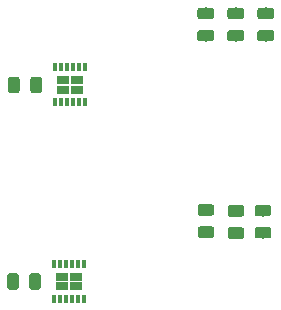
<source format=gtp>
G04 #@! TF.GenerationSoftware,KiCad,Pcbnew,(5.1.4-0-10_14)*
G04 #@! TF.CreationDate,2020-01-20T11:10:59-05:00*
G04 #@! TF.ProjectId,motor_controller,6d6f746f-725f-4636-9f6e-74726f6c6c65,rev?*
G04 #@! TF.SameCoordinates,Original*
G04 #@! TF.FileFunction,Paste,Top*
G04 #@! TF.FilePolarity,Positive*
%FSLAX46Y46*%
G04 Gerber Fmt 4.6, Leading zero omitted, Abs format (unit mm)*
G04 Created by KiCad (PCBNEW (5.1.4-0-10_14)) date 2020-01-20 11:10:59*
%MOMM*%
%LPD*%
G04 APERTURE LIST*
%ADD10C,0.100000*%
%ADD11C,0.975000*%
%ADD12R,0.300000X0.650000*%
%ADD13R,1.000000X0.680000*%
G04 APERTURE END LIST*
D10*
G36*
X145324742Y-97548374D02*
G01*
X145348403Y-97551884D01*
X145371607Y-97557696D01*
X145394129Y-97565754D01*
X145415753Y-97575982D01*
X145436270Y-97588279D01*
X145455483Y-97602529D01*
X145473207Y-97618593D01*
X145489271Y-97636317D01*
X145503521Y-97655530D01*
X145515818Y-97676047D01*
X145526046Y-97697671D01*
X145534104Y-97720193D01*
X145539916Y-97743397D01*
X145543426Y-97767058D01*
X145544600Y-97790950D01*
X145544600Y-98703450D01*
X145543426Y-98727342D01*
X145539916Y-98751003D01*
X145534104Y-98774207D01*
X145526046Y-98796729D01*
X145515818Y-98818353D01*
X145503521Y-98838870D01*
X145489271Y-98858083D01*
X145473207Y-98875807D01*
X145455483Y-98891871D01*
X145436270Y-98906121D01*
X145415753Y-98918418D01*
X145394129Y-98928646D01*
X145371607Y-98936704D01*
X145348403Y-98942516D01*
X145324742Y-98946026D01*
X145300850Y-98947200D01*
X144813350Y-98947200D01*
X144789458Y-98946026D01*
X144765797Y-98942516D01*
X144742593Y-98936704D01*
X144720071Y-98928646D01*
X144698447Y-98918418D01*
X144677930Y-98906121D01*
X144658717Y-98891871D01*
X144640993Y-98875807D01*
X144624929Y-98858083D01*
X144610679Y-98838870D01*
X144598382Y-98818353D01*
X144588154Y-98796729D01*
X144580096Y-98774207D01*
X144574284Y-98751003D01*
X144570774Y-98727342D01*
X144569600Y-98703450D01*
X144569600Y-97790950D01*
X144570774Y-97767058D01*
X144574284Y-97743397D01*
X144580096Y-97720193D01*
X144588154Y-97697671D01*
X144598382Y-97676047D01*
X144610679Y-97655530D01*
X144624929Y-97636317D01*
X144640993Y-97618593D01*
X144658717Y-97602529D01*
X144677930Y-97588279D01*
X144698447Y-97575982D01*
X144720071Y-97565754D01*
X144742593Y-97557696D01*
X144765797Y-97551884D01*
X144789458Y-97548374D01*
X144813350Y-97547200D01*
X145300850Y-97547200D01*
X145324742Y-97548374D01*
X145324742Y-97548374D01*
G37*
D11*
X145057100Y-98247200D03*
D10*
G36*
X143449742Y-97548374D02*
G01*
X143473403Y-97551884D01*
X143496607Y-97557696D01*
X143519129Y-97565754D01*
X143540753Y-97575982D01*
X143561270Y-97588279D01*
X143580483Y-97602529D01*
X143598207Y-97618593D01*
X143614271Y-97636317D01*
X143628521Y-97655530D01*
X143640818Y-97676047D01*
X143651046Y-97697671D01*
X143659104Y-97720193D01*
X143664916Y-97743397D01*
X143668426Y-97767058D01*
X143669600Y-97790950D01*
X143669600Y-98703450D01*
X143668426Y-98727342D01*
X143664916Y-98751003D01*
X143659104Y-98774207D01*
X143651046Y-98796729D01*
X143640818Y-98818353D01*
X143628521Y-98838870D01*
X143614271Y-98858083D01*
X143598207Y-98875807D01*
X143580483Y-98891871D01*
X143561270Y-98906121D01*
X143540753Y-98918418D01*
X143519129Y-98928646D01*
X143496607Y-98936704D01*
X143473403Y-98942516D01*
X143449742Y-98946026D01*
X143425850Y-98947200D01*
X142938350Y-98947200D01*
X142914458Y-98946026D01*
X142890797Y-98942516D01*
X142867593Y-98936704D01*
X142845071Y-98928646D01*
X142823447Y-98918418D01*
X142802930Y-98906121D01*
X142783717Y-98891871D01*
X142765993Y-98875807D01*
X142749929Y-98858083D01*
X142735679Y-98838870D01*
X142723382Y-98818353D01*
X142713154Y-98796729D01*
X142705096Y-98774207D01*
X142699284Y-98751003D01*
X142695774Y-98727342D01*
X142694600Y-98703450D01*
X142694600Y-97790950D01*
X142695774Y-97767058D01*
X142699284Y-97743397D01*
X142705096Y-97720193D01*
X142713154Y-97697671D01*
X142723382Y-97676047D01*
X142735679Y-97655530D01*
X142749929Y-97636317D01*
X142765993Y-97618593D01*
X142783717Y-97602529D01*
X142802930Y-97588279D01*
X142823447Y-97575982D01*
X142845071Y-97565754D01*
X142867593Y-97557696D01*
X142890797Y-97551884D01*
X142914458Y-97548374D01*
X142938350Y-97547200D01*
X143425850Y-97547200D01*
X143449742Y-97548374D01*
X143449742Y-97548374D01*
G37*
D11*
X143182100Y-98247200D03*
D10*
G36*
X162506742Y-75080974D02*
G01*
X162530403Y-75084484D01*
X162553607Y-75090296D01*
X162576129Y-75098354D01*
X162597753Y-75108582D01*
X162618270Y-75120879D01*
X162637483Y-75135129D01*
X162655207Y-75151193D01*
X162671271Y-75168917D01*
X162685521Y-75188130D01*
X162697818Y-75208647D01*
X162708046Y-75230271D01*
X162716104Y-75252793D01*
X162721916Y-75275997D01*
X162725426Y-75299658D01*
X162726600Y-75323550D01*
X162726600Y-75811050D01*
X162725426Y-75834942D01*
X162721916Y-75858603D01*
X162716104Y-75881807D01*
X162708046Y-75904329D01*
X162697818Y-75925953D01*
X162685521Y-75946470D01*
X162671271Y-75965683D01*
X162655207Y-75983407D01*
X162637483Y-75999471D01*
X162618270Y-76013721D01*
X162597753Y-76026018D01*
X162576129Y-76036246D01*
X162553607Y-76044304D01*
X162530403Y-76050116D01*
X162506742Y-76053626D01*
X162482850Y-76054800D01*
X161570350Y-76054800D01*
X161546458Y-76053626D01*
X161522797Y-76050116D01*
X161499593Y-76044304D01*
X161477071Y-76036246D01*
X161455447Y-76026018D01*
X161434930Y-76013721D01*
X161415717Y-75999471D01*
X161397993Y-75983407D01*
X161381929Y-75965683D01*
X161367679Y-75946470D01*
X161355382Y-75925953D01*
X161345154Y-75904329D01*
X161337096Y-75881807D01*
X161331284Y-75858603D01*
X161327774Y-75834942D01*
X161326600Y-75811050D01*
X161326600Y-75323550D01*
X161327774Y-75299658D01*
X161331284Y-75275997D01*
X161337096Y-75252793D01*
X161345154Y-75230271D01*
X161355382Y-75208647D01*
X161367679Y-75188130D01*
X161381929Y-75168917D01*
X161397993Y-75151193D01*
X161415717Y-75135129D01*
X161434930Y-75120879D01*
X161455447Y-75108582D01*
X161477071Y-75098354D01*
X161499593Y-75090296D01*
X161522797Y-75084484D01*
X161546458Y-75080974D01*
X161570350Y-75079800D01*
X162482850Y-75079800D01*
X162506742Y-75080974D01*
X162506742Y-75080974D01*
G37*
D11*
X162026600Y-75567300D03*
D10*
G36*
X162506742Y-76955974D02*
G01*
X162530403Y-76959484D01*
X162553607Y-76965296D01*
X162576129Y-76973354D01*
X162597753Y-76983582D01*
X162618270Y-76995879D01*
X162637483Y-77010129D01*
X162655207Y-77026193D01*
X162671271Y-77043917D01*
X162685521Y-77063130D01*
X162697818Y-77083647D01*
X162708046Y-77105271D01*
X162716104Y-77127793D01*
X162721916Y-77150997D01*
X162725426Y-77174658D01*
X162726600Y-77198550D01*
X162726600Y-77686050D01*
X162725426Y-77709942D01*
X162721916Y-77733603D01*
X162716104Y-77756807D01*
X162708046Y-77779329D01*
X162697818Y-77800953D01*
X162685521Y-77821470D01*
X162671271Y-77840683D01*
X162655207Y-77858407D01*
X162637483Y-77874471D01*
X162618270Y-77888721D01*
X162597753Y-77901018D01*
X162576129Y-77911246D01*
X162553607Y-77919304D01*
X162530403Y-77925116D01*
X162506742Y-77928626D01*
X162482850Y-77929800D01*
X161570350Y-77929800D01*
X161546458Y-77928626D01*
X161522797Y-77925116D01*
X161499593Y-77919304D01*
X161477071Y-77911246D01*
X161455447Y-77901018D01*
X161434930Y-77888721D01*
X161415717Y-77874471D01*
X161397993Y-77858407D01*
X161381929Y-77840683D01*
X161367679Y-77821470D01*
X161355382Y-77800953D01*
X161345154Y-77779329D01*
X161337096Y-77756807D01*
X161331284Y-77733603D01*
X161327774Y-77709942D01*
X161326600Y-77686050D01*
X161326600Y-77198550D01*
X161327774Y-77174658D01*
X161331284Y-77150997D01*
X161337096Y-77127793D01*
X161345154Y-77105271D01*
X161355382Y-77083647D01*
X161367679Y-77063130D01*
X161381929Y-77043917D01*
X161397993Y-77026193D01*
X161415717Y-77010129D01*
X161434930Y-76995879D01*
X161455447Y-76983582D01*
X161477071Y-76973354D01*
X161499593Y-76965296D01*
X161522797Y-76959484D01*
X161546458Y-76955974D01*
X161570350Y-76954800D01*
X162482850Y-76954800D01*
X162506742Y-76955974D01*
X162506742Y-76955974D01*
G37*
D11*
X162026600Y-77442300D03*
D10*
G36*
X165046742Y-75080974D02*
G01*
X165070403Y-75084484D01*
X165093607Y-75090296D01*
X165116129Y-75098354D01*
X165137753Y-75108582D01*
X165158270Y-75120879D01*
X165177483Y-75135129D01*
X165195207Y-75151193D01*
X165211271Y-75168917D01*
X165225521Y-75188130D01*
X165237818Y-75208647D01*
X165248046Y-75230271D01*
X165256104Y-75252793D01*
X165261916Y-75275997D01*
X165265426Y-75299658D01*
X165266600Y-75323550D01*
X165266600Y-75811050D01*
X165265426Y-75834942D01*
X165261916Y-75858603D01*
X165256104Y-75881807D01*
X165248046Y-75904329D01*
X165237818Y-75925953D01*
X165225521Y-75946470D01*
X165211271Y-75965683D01*
X165195207Y-75983407D01*
X165177483Y-75999471D01*
X165158270Y-76013721D01*
X165137753Y-76026018D01*
X165116129Y-76036246D01*
X165093607Y-76044304D01*
X165070403Y-76050116D01*
X165046742Y-76053626D01*
X165022850Y-76054800D01*
X164110350Y-76054800D01*
X164086458Y-76053626D01*
X164062797Y-76050116D01*
X164039593Y-76044304D01*
X164017071Y-76036246D01*
X163995447Y-76026018D01*
X163974930Y-76013721D01*
X163955717Y-75999471D01*
X163937993Y-75983407D01*
X163921929Y-75965683D01*
X163907679Y-75946470D01*
X163895382Y-75925953D01*
X163885154Y-75904329D01*
X163877096Y-75881807D01*
X163871284Y-75858603D01*
X163867774Y-75834942D01*
X163866600Y-75811050D01*
X163866600Y-75323550D01*
X163867774Y-75299658D01*
X163871284Y-75275997D01*
X163877096Y-75252793D01*
X163885154Y-75230271D01*
X163895382Y-75208647D01*
X163907679Y-75188130D01*
X163921929Y-75168917D01*
X163937993Y-75151193D01*
X163955717Y-75135129D01*
X163974930Y-75120879D01*
X163995447Y-75108582D01*
X164017071Y-75098354D01*
X164039593Y-75090296D01*
X164062797Y-75084484D01*
X164086458Y-75080974D01*
X164110350Y-75079800D01*
X165022850Y-75079800D01*
X165046742Y-75080974D01*
X165046742Y-75080974D01*
G37*
D11*
X164566600Y-75567300D03*
D10*
G36*
X165046742Y-76955974D02*
G01*
X165070403Y-76959484D01*
X165093607Y-76965296D01*
X165116129Y-76973354D01*
X165137753Y-76983582D01*
X165158270Y-76995879D01*
X165177483Y-77010129D01*
X165195207Y-77026193D01*
X165211271Y-77043917D01*
X165225521Y-77063130D01*
X165237818Y-77083647D01*
X165248046Y-77105271D01*
X165256104Y-77127793D01*
X165261916Y-77150997D01*
X165265426Y-77174658D01*
X165266600Y-77198550D01*
X165266600Y-77686050D01*
X165265426Y-77709942D01*
X165261916Y-77733603D01*
X165256104Y-77756807D01*
X165248046Y-77779329D01*
X165237818Y-77800953D01*
X165225521Y-77821470D01*
X165211271Y-77840683D01*
X165195207Y-77858407D01*
X165177483Y-77874471D01*
X165158270Y-77888721D01*
X165137753Y-77901018D01*
X165116129Y-77911246D01*
X165093607Y-77919304D01*
X165070403Y-77925116D01*
X165046742Y-77928626D01*
X165022850Y-77929800D01*
X164110350Y-77929800D01*
X164086458Y-77928626D01*
X164062797Y-77925116D01*
X164039593Y-77919304D01*
X164017071Y-77911246D01*
X163995447Y-77901018D01*
X163974930Y-77888721D01*
X163955717Y-77874471D01*
X163937993Y-77858407D01*
X163921929Y-77840683D01*
X163907679Y-77821470D01*
X163895382Y-77800953D01*
X163885154Y-77779329D01*
X163877096Y-77756807D01*
X163871284Y-77733603D01*
X163867774Y-77709942D01*
X163866600Y-77686050D01*
X163866600Y-77198550D01*
X163867774Y-77174658D01*
X163871284Y-77150997D01*
X163877096Y-77127793D01*
X163885154Y-77105271D01*
X163895382Y-77083647D01*
X163907679Y-77063130D01*
X163921929Y-77043917D01*
X163937993Y-77026193D01*
X163955717Y-77010129D01*
X163974930Y-76995879D01*
X163995447Y-76983582D01*
X164017071Y-76973354D01*
X164039593Y-76965296D01*
X164062797Y-76959484D01*
X164086458Y-76955974D01*
X164110350Y-76954800D01*
X165022850Y-76954800D01*
X165046742Y-76955974D01*
X165046742Y-76955974D01*
G37*
D11*
X164566600Y-77442300D03*
D10*
G36*
X143525942Y-80911374D02*
G01*
X143549603Y-80914884D01*
X143572807Y-80920696D01*
X143595329Y-80928754D01*
X143616953Y-80938982D01*
X143637470Y-80951279D01*
X143656683Y-80965529D01*
X143674407Y-80981593D01*
X143690471Y-80999317D01*
X143704721Y-81018530D01*
X143717018Y-81039047D01*
X143727246Y-81060671D01*
X143735304Y-81083193D01*
X143741116Y-81106397D01*
X143744626Y-81130058D01*
X143745800Y-81153950D01*
X143745800Y-82066450D01*
X143744626Y-82090342D01*
X143741116Y-82114003D01*
X143735304Y-82137207D01*
X143727246Y-82159729D01*
X143717018Y-82181353D01*
X143704721Y-82201870D01*
X143690471Y-82221083D01*
X143674407Y-82238807D01*
X143656683Y-82254871D01*
X143637470Y-82269121D01*
X143616953Y-82281418D01*
X143595329Y-82291646D01*
X143572807Y-82299704D01*
X143549603Y-82305516D01*
X143525942Y-82309026D01*
X143502050Y-82310200D01*
X143014550Y-82310200D01*
X142990658Y-82309026D01*
X142966997Y-82305516D01*
X142943793Y-82299704D01*
X142921271Y-82291646D01*
X142899647Y-82281418D01*
X142879130Y-82269121D01*
X142859917Y-82254871D01*
X142842193Y-82238807D01*
X142826129Y-82221083D01*
X142811879Y-82201870D01*
X142799582Y-82181353D01*
X142789354Y-82159729D01*
X142781296Y-82137207D01*
X142775484Y-82114003D01*
X142771974Y-82090342D01*
X142770800Y-82066450D01*
X142770800Y-81153950D01*
X142771974Y-81130058D01*
X142775484Y-81106397D01*
X142781296Y-81083193D01*
X142789354Y-81060671D01*
X142799582Y-81039047D01*
X142811879Y-81018530D01*
X142826129Y-80999317D01*
X142842193Y-80981593D01*
X142859917Y-80965529D01*
X142879130Y-80951279D01*
X142899647Y-80938982D01*
X142921271Y-80928754D01*
X142943793Y-80920696D01*
X142966997Y-80914884D01*
X142990658Y-80911374D01*
X143014550Y-80910200D01*
X143502050Y-80910200D01*
X143525942Y-80911374D01*
X143525942Y-80911374D01*
G37*
D11*
X143258300Y-81610200D03*
D10*
G36*
X145400942Y-80911374D02*
G01*
X145424603Y-80914884D01*
X145447807Y-80920696D01*
X145470329Y-80928754D01*
X145491953Y-80938982D01*
X145512470Y-80951279D01*
X145531683Y-80965529D01*
X145549407Y-80981593D01*
X145565471Y-80999317D01*
X145579721Y-81018530D01*
X145592018Y-81039047D01*
X145602246Y-81060671D01*
X145610304Y-81083193D01*
X145616116Y-81106397D01*
X145619626Y-81130058D01*
X145620800Y-81153950D01*
X145620800Y-82066450D01*
X145619626Y-82090342D01*
X145616116Y-82114003D01*
X145610304Y-82137207D01*
X145602246Y-82159729D01*
X145592018Y-82181353D01*
X145579721Y-82201870D01*
X145565471Y-82221083D01*
X145549407Y-82238807D01*
X145531683Y-82254871D01*
X145512470Y-82269121D01*
X145491953Y-82281418D01*
X145470329Y-82291646D01*
X145447807Y-82299704D01*
X145424603Y-82305516D01*
X145400942Y-82309026D01*
X145377050Y-82310200D01*
X144889550Y-82310200D01*
X144865658Y-82309026D01*
X144841997Y-82305516D01*
X144818793Y-82299704D01*
X144796271Y-82291646D01*
X144774647Y-82281418D01*
X144754130Y-82269121D01*
X144734917Y-82254871D01*
X144717193Y-82238807D01*
X144701129Y-82221083D01*
X144686879Y-82201870D01*
X144674582Y-82181353D01*
X144664354Y-82159729D01*
X144656296Y-82137207D01*
X144650484Y-82114003D01*
X144646974Y-82090342D01*
X144645800Y-82066450D01*
X144645800Y-81153950D01*
X144646974Y-81130058D01*
X144650484Y-81106397D01*
X144656296Y-81083193D01*
X144664354Y-81060671D01*
X144674582Y-81039047D01*
X144686879Y-81018530D01*
X144701129Y-80999317D01*
X144717193Y-80981593D01*
X144734917Y-80965529D01*
X144754130Y-80951279D01*
X144774647Y-80938982D01*
X144796271Y-80928754D01*
X144818793Y-80920696D01*
X144841997Y-80914884D01*
X144865658Y-80911374D01*
X144889550Y-80910200D01*
X145377050Y-80910200D01*
X145400942Y-80911374D01*
X145400942Y-80911374D01*
G37*
D11*
X145133300Y-81610200D03*
D10*
G36*
X162532142Y-93669174D02*
G01*
X162555803Y-93672684D01*
X162579007Y-93678496D01*
X162601529Y-93686554D01*
X162623153Y-93696782D01*
X162643670Y-93709079D01*
X162662883Y-93723329D01*
X162680607Y-93739393D01*
X162696671Y-93757117D01*
X162710921Y-93776330D01*
X162723218Y-93796847D01*
X162733446Y-93818471D01*
X162741504Y-93840993D01*
X162747316Y-93864197D01*
X162750826Y-93887858D01*
X162752000Y-93911750D01*
X162752000Y-94399250D01*
X162750826Y-94423142D01*
X162747316Y-94446803D01*
X162741504Y-94470007D01*
X162733446Y-94492529D01*
X162723218Y-94514153D01*
X162710921Y-94534670D01*
X162696671Y-94553883D01*
X162680607Y-94571607D01*
X162662883Y-94587671D01*
X162643670Y-94601921D01*
X162623153Y-94614218D01*
X162601529Y-94624446D01*
X162579007Y-94632504D01*
X162555803Y-94638316D01*
X162532142Y-94641826D01*
X162508250Y-94643000D01*
X161595750Y-94643000D01*
X161571858Y-94641826D01*
X161548197Y-94638316D01*
X161524993Y-94632504D01*
X161502471Y-94624446D01*
X161480847Y-94614218D01*
X161460330Y-94601921D01*
X161441117Y-94587671D01*
X161423393Y-94571607D01*
X161407329Y-94553883D01*
X161393079Y-94534670D01*
X161380782Y-94514153D01*
X161370554Y-94492529D01*
X161362496Y-94470007D01*
X161356684Y-94446803D01*
X161353174Y-94423142D01*
X161352000Y-94399250D01*
X161352000Y-93911750D01*
X161353174Y-93887858D01*
X161356684Y-93864197D01*
X161362496Y-93840993D01*
X161370554Y-93818471D01*
X161380782Y-93796847D01*
X161393079Y-93776330D01*
X161407329Y-93757117D01*
X161423393Y-93739393D01*
X161441117Y-93723329D01*
X161460330Y-93709079D01*
X161480847Y-93696782D01*
X161502471Y-93686554D01*
X161524993Y-93678496D01*
X161548197Y-93672684D01*
X161571858Y-93669174D01*
X161595750Y-93668000D01*
X162508250Y-93668000D01*
X162532142Y-93669174D01*
X162532142Y-93669174D01*
G37*
D11*
X162052000Y-94155500D03*
D10*
G36*
X162532142Y-91794174D02*
G01*
X162555803Y-91797684D01*
X162579007Y-91803496D01*
X162601529Y-91811554D01*
X162623153Y-91821782D01*
X162643670Y-91834079D01*
X162662883Y-91848329D01*
X162680607Y-91864393D01*
X162696671Y-91882117D01*
X162710921Y-91901330D01*
X162723218Y-91921847D01*
X162733446Y-91943471D01*
X162741504Y-91965993D01*
X162747316Y-91989197D01*
X162750826Y-92012858D01*
X162752000Y-92036750D01*
X162752000Y-92524250D01*
X162750826Y-92548142D01*
X162747316Y-92571803D01*
X162741504Y-92595007D01*
X162733446Y-92617529D01*
X162723218Y-92639153D01*
X162710921Y-92659670D01*
X162696671Y-92678883D01*
X162680607Y-92696607D01*
X162662883Y-92712671D01*
X162643670Y-92726921D01*
X162623153Y-92739218D01*
X162601529Y-92749446D01*
X162579007Y-92757504D01*
X162555803Y-92763316D01*
X162532142Y-92766826D01*
X162508250Y-92768000D01*
X161595750Y-92768000D01*
X161571858Y-92766826D01*
X161548197Y-92763316D01*
X161524993Y-92757504D01*
X161502471Y-92749446D01*
X161480847Y-92739218D01*
X161460330Y-92726921D01*
X161441117Y-92712671D01*
X161423393Y-92696607D01*
X161407329Y-92678883D01*
X161393079Y-92659670D01*
X161380782Y-92639153D01*
X161370554Y-92617529D01*
X161362496Y-92595007D01*
X161356684Y-92571803D01*
X161353174Y-92548142D01*
X161352000Y-92524250D01*
X161352000Y-92036750D01*
X161353174Y-92012858D01*
X161356684Y-91989197D01*
X161362496Y-91965993D01*
X161370554Y-91943471D01*
X161380782Y-91921847D01*
X161393079Y-91901330D01*
X161407329Y-91882117D01*
X161423393Y-91864393D01*
X161441117Y-91848329D01*
X161460330Y-91834079D01*
X161480847Y-91821782D01*
X161502471Y-91811554D01*
X161524993Y-91803496D01*
X161548197Y-91797684D01*
X161571858Y-91794174D01*
X161595750Y-91793000D01*
X162508250Y-91793000D01*
X162532142Y-91794174D01*
X162532142Y-91794174D01*
G37*
D11*
X162052000Y-92280500D03*
D10*
G36*
X164818142Y-93643774D02*
G01*
X164841803Y-93647284D01*
X164865007Y-93653096D01*
X164887529Y-93661154D01*
X164909153Y-93671382D01*
X164929670Y-93683679D01*
X164948883Y-93697929D01*
X164966607Y-93713993D01*
X164982671Y-93731717D01*
X164996921Y-93750930D01*
X165009218Y-93771447D01*
X165019446Y-93793071D01*
X165027504Y-93815593D01*
X165033316Y-93838797D01*
X165036826Y-93862458D01*
X165038000Y-93886350D01*
X165038000Y-94373850D01*
X165036826Y-94397742D01*
X165033316Y-94421403D01*
X165027504Y-94444607D01*
X165019446Y-94467129D01*
X165009218Y-94488753D01*
X164996921Y-94509270D01*
X164982671Y-94528483D01*
X164966607Y-94546207D01*
X164948883Y-94562271D01*
X164929670Y-94576521D01*
X164909153Y-94588818D01*
X164887529Y-94599046D01*
X164865007Y-94607104D01*
X164841803Y-94612916D01*
X164818142Y-94616426D01*
X164794250Y-94617600D01*
X163881750Y-94617600D01*
X163857858Y-94616426D01*
X163834197Y-94612916D01*
X163810993Y-94607104D01*
X163788471Y-94599046D01*
X163766847Y-94588818D01*
X163746330Y-94576521D01*
X163727117Y-94562271D01*
X163709393Y-94546207D01*
X163693329Y-94528483D01*
X163679079Y-94509270D01*
X163666782Y-94488753D01*
X163656554Y-94467129D01*
X163648496Y-94444607D01*
X163642684Y-94421403D01*
X163639174Y-94397742D01*
X163638000Y-94373850D01*
X163638000Y-93886350D01*
X163639174Y-93862458D01*
X163642684Y-93838797D01*
X163648496Y-93815593D01*
X163656554Y-93793071D01*
X163666782Y-93771447D01*
X163679079Y-93750930D01*
X163693329Y-93731717D01*
X163709393Y-93713993D01*
X163727117Y-93697929D01*
X163746330Y-93683679D01*
X163766847Y-93671382D01*
X163788471Y-93661154D01*
X163810993Y-93653096D01*
X163834197Y-93647284D01*
X163857858Y-93643774D01*
X163881750Y-93642600D01*
X164794250Y-93642600D01*
X164818142Y-93643774D01*
X164818142Y-93643774D01*
G37*
D11*
X164338000Y-94130100D03*
D10*
G36*
X164818142Y-91768774D02*
G01*
X164841803Y-91772284D01*
X164865007Y-91778096D01*
X164887529Y-91786154D01*
X164909153Y-91796382D01*
X164929670Y-91808679D01*
X164948883Y-91822929D01*
X164966607Y-91838993D01*
X164982671Y-91856717D01*
X164996921Y-91875930D01*
X165009218Y-91896447D01*
X165019446Y-91918071D01*
X165027504Y-91940593D01*
X165033316Y-91963797D01*
X165036826Y-91987458D01*
X165038000Y-92011350D01*
X165038000Y-92498850D01*
X165036826Y-92522742D01*
X165033316Y-92546403D01*
X165027504Y-92569607D01*
X165019446Y-92592129D01*
X165009218Y-92613753D01*
X164996921Y-92634270D01*
X164982671Y-92653483D01*
X164966607Y-92671207D01*
X164948883Y-92687271D01*
X164929670Y-92701521D01*
X164909153Y-92713818D01*
X164887529Y-92724046D01*
X164865007Y-92732104D01*
X164841803Y-92737916D01*
X164818142Y-92741426D01*
X164794250Y-92742600D01*
X163881750Y-92742600D01*
X163857858Y-92741426D01*
X163834197Y-92737916D01*
X163810993Y-92732104D01*
X163788471Y-92724046D01*
X163766847Y-92713818D01*
X163746330Y-92701521D01*
X163727117Y-92687271D01*
X163709393Y-92671207D01*
X163693329Y-92653483D01*
X163679079Y-92634270D01*
X163666782Y-92613753D01*
X163656554Y-92592129D01*
X163648496Y-92569607D01*
X163642684Y-92546403D01*
X163639174Y-92522742D01*
X163638000Y-92498850D01*
X163638000Y-92011350D01*
X163639174Y-91987458D01*
X163642684Y-91963797D01*
X163648496Y-91940593D01*
X163656554Y-91918071D01*
X163666782Y-91896447D01*
X163679079Y-91875930D01*
X163693329Y-91856717D01*
X163709393Y-91838993D01*
X163727117Y-91822929D01*
X163746330Y-91808679D01*
X163766847Y-91796382D01*
X163788471Y-91786154D01*
X163810993Y-91778096D01*
X163834197Y-91772284D01*
X163857858Y-91768774D01*
X163881750Y-91767600D01*
X164794250Y-91767600D01*
X164818142Y-91768774D01*
X164818142Y-91768774D01*
G37*
D11*
X164338000Y-92255100D03*
D12*
X149255800Y-80135200D03*
X148755800Y-80135200D03*
X148255800Y-80135200D03*
X147755800Y-80135200D03*
X147255800Y-80135200D03*
X147255800Y-83085200D03*
X147755800Y-83085200D03*
X148255800Y-83085200D03*
X148755800Y-83085200D03*
X149255800Y-83085200D03*
D13*
X147422800Y-81200200D03*
D12*
X146755800Y-80135200D03*
X146755800Y-83085200D03*
D13*
X147422800Y-82020200D03*
X148588800Y-82020200D03*
X148588800Y-81200200D03*
X148512600Y-97837200D03*
X148512600Y-98657200D03*
X147346600Y-98657200D03*
D12*
X146679600Y-99722200D03*
X146679600Y-96772200D03*
D13*
X147346600Y-97837200D03*
D12*
X149179600Y-99722200D03*
X148679600Y-99722200D03*
X148179600Y-99722200D03*
X147679600Y-99722200D03*
X147179600Y-99722200D03*
X147179600Y-96772200D03*
X147679600Y-96772200D03*
X148179600Y-96772200D03*
X148679600Y-96772200D03*
X149179600Y-96772200D03*
D10*
G36*
X159966742Y-76955974D02*
G01*
X159990403Y-76959484D01*
X160013607Y-76965296D01*
X160036129Y-76973354D01*
X160057753Y-76983582D01*
X160078270Y-76995879D01*
X160097483Y-77010129D01*
X160115207Y-77026193D01*
X160131271Y-77043917D01*
X160145521Y-77063130D01*
X160157818Y-77083647D01*
X160168046Y-77105271D01*
X160176104Y-77127793D01*
X160181916Y-77150997D01*
X160185426Y-77174658D01*
X160186600Y-77198550D01*
X160186600Y-77686050D01*
X160185426Y-77709942D01*
X160181916Y-77733603D01*
X160176104Y-77756807D01*
X160168046Y-77779329D01*
X160157818Y-77800953D01*
X160145521Y-77821470D01*
X160131271Y-77840683D01*
X160115207Y-77858407D01*
X160097483Y-77874471D01*
X160078270Y-77888721D01*
X160057753Y-77901018D01*
X160036129Y-77911246D01*
X160013607Y-77919304D01*
X159990403Y-77925116D01*
X159966742Y-77928626D01*
X159942850Y-77929800D01*
X159030350Y-77929800D01*
X159006458Y-77928626D01*
X158982797Y-77925116D01*
X158959593Y-77919304D01*
X158937071Y-77911246D01*
X158915447Y-77901018D01*
X158894930Y-77888721D01*
X158875717Y-77874471D01*
X158857993Y-77858407D01*
X158841929Y-77840683D01*
X158827679Y-77821470D01*
X158815382Y-77800953D01*
X158805154Y-77779329D01*
X158797096Y-77756807D01*
X158791284Y-77733603D01*
X158787774Y-77709942D01*
X158786600Y-77686050D01*
X158786600Y-77198550D01*
X158787774Y-77174658D01*
X158791284Y-77150997D01*
X158797096Y-77127793D01*
X158805154Y-77105271D01*
X158815382Y-77083647D01*
X158827679Y-77063130D01*
X158841929Y-77043917D01*
X158857993Y-77026193D01*
X158875717Y-77010129D01*
X158894930Y-76995879D01*
X158915447Y-76983582D01*
X158937071Y-76973354D01*
X158959593Y-76965296D01*
X158982797Y-76959484D01*
X159006458Y-76955974D01*
X159030350Y-76954800D01*
X159942850Y-76954800D01*
X159966742Y-76955974D01*
X159966742Y-76955974D01*
G37*
D11*
X159486600Y-77442300D03*
D10*
G36*
X159966742Y-75080974D02*
G01*
X159990403Y-75084484D01*
X160013607Y-75090296D01*
X160036129Y-75098354D01*
X160057753Y-75108582D01*
X160078270Y-75120879D01*
X160097483Y-75135129D01*
X160115207Y-75151193D01*
X160131271Y-75168917D01*
X160145521Y-75188130D01*
X160157818Y-75208647D01*
X160168046Y-75230271D01*
X160176104Y-75252793D01*
X160181916Y-75275997D01*
X160185426Y-75299658D01*
X160186600Y-75323550D01*
X160186600Y-75811050D01*
X160185426Y-75834942D01*
X160181916Y-75858603D01*
X160176104Y-75881807D01*
X160168046Y-75904329D01*
X160157818Y-75925953D01*
X160145521Y-75946470D01*
X160131271Y-75965683D01*
X160115207Y-75983407D01*
X160097483Y-75999471D01*
X160078270Y-76013721D01*
X160057753Y-76026018D01*
X160036129Y-76036246D01*
X160013607Y-76044304D01*
X159990403Y-76050116D01*
X159966742Y-76053626D01*
X159942850Y-76054800D01*
X159030350Y-76054800D01*
X159006458Y-76053626D01*
X158982797Y-76050116D01*
X158959593Y-76044304D01*
X158937071Y-76036246D01*
X158915447Y-76026018D01*
X158894930Y-76013721D01*
X158875717Y-75999471D01*
X158857993Y-75983407D01*
X158841929Y-75965683D01*
X158827679Y-75946470D01*
X158815382Y-75925953D01*
X158805154Y-75904329D01*
X158797096Y-75881807D01*
X158791284Y-75858603D01*
X158787774Y-75834942D01*
X158786600Y-75811050D01*
X158786600Y-75323550D01*
X158787774Y-75299658D01*
X158791284Y-75275997D01*
X158797096Y-75252793D01*
X158805154Y-75230271D01*
X158815382Y-75208647D01*
X158827679Y-75188130D01*
X158841929Y-75168917D01*
X158857993Y-75151193D01*
X158875717Y-75135129D01*
X158894930Y-75120879D01*
X158915447Y-75108582D01*
X158937071Y-75098354D01*
X158959593Y-75090296D01*
X158982797Y-75084484D01*
X159006458Y-75080974D01*
X159030350Y-75079800D01*
X159942850Y-75079800D01*
X159966742Y-75080974D01*
X159966742Y-75080974D01*
G37*
D11*
X159486600Y-75567300D03*
D10*
G36*
X159992142Y-91715674D02*
G01*
X160015803Y-91719184D01*
X160039007Y-91724996D01*
X160061529Y-91733054D01*
X160083153Y-91743282D01*
X160103670Y-91755579D01*
X160122883Y-91769829D01*
X160140607Y-91785893D01*
X160156671Y-91803617D01*
X160170921Y-91822830D01*
X160183218Y-91843347D01*
X160193446Y-91864971D01*
X160201504Y-91887493D01*
X160207316Y-91910697D01*
X160210826Y-91934358D01*
X160212000Y-91958250D01*
X160212000Y-92445750D01*
X160210826Y-92469642D01*
X160207316Y-92493303D01*
X160201504Y-92516507D01*
X160193446Y-92539029D01*
X160183218Y-92560653D01*
X160170921Y-92581170D01*
X160156671Y-92600383D01*
X160140607Y-92618107D01*
X160122883Y-92634171D01*
X160103670Y-92648421D01*
X160083153Y-92660718D01*
X160061529Y-92670946D01*
X160039007Y-92679004D01*
X160015803Y-92684816D01*
X159992142Y-92688326D01*
X159968250Y-92689500D01*
X159055750Y-92689500D01*
X159031858Y-92688326D01*
X159008197Y-92684816D01*
X158984993Y-92679004D01*
X158962471Y-92670946D01*
X158940847Y-92660718D01*
X158920330Y-92648421D01*
X158901117Y-92634171D01*
X158883393Y-92618107D01*
X158867329Y-92600383D01*
X158853079Y-92581170D01*
X158840782Y-92560653D01*
X158830554Y-92539029D01*
X158822496Y-92516507D01*
X158816684Y-92493303D01*
X158813174Y-92469642D01*
X158812000Y-92445750D01*
X158812000Y-91958250D01*
X158813174Y-91934358D01*
X158816684Y-91910697D01*
X158822496Y-91887493D01*
X158830554Y-91864971D01*
X158840782Y-91843347D01*
X158853079Y-91822830D01*
X158867329Y-91803617D01*
X158883393Y-91785893D01*
X158901117Y-91769829D01*
X158920330Y-91755579D01*
X158940847Y-91743282D01*
X158962471Y-91733054D01*
X158984993Y-91724996D01*
X159008197Y-91719184D01*
X159031858Y-91715674D01*
X159055750Y-91714500D01*
X159968250Y-91714500D01*
X159992142Y-91715674D01*
X159992142Y-91715674D01*
G37*
D11*
X159512000Y-92202000D03*
D10*
G36*
X159992142Y-93590674D02*
G01*
X160015803Y-93594184D01*
X160039007Y-93599996D01*
X160061529Y-93608054D01*
X160083153Y-93618282D01*
X160103670Y-93630579D01*
X160122883Y-93644829D01*
X160140607Y-93660893D01*
X160156671Y-93678617D01*
X160170921Y-93697830D01*
X160183218Y-93718347D01*
X160193446Y-93739971D01*
X160201504Y-93762493D01*
X160207316Y-93785697D01*
X160210826Y-93809358D01*
X160212000Y-93833250D01*
X160212000Y-94320750D01*
X160210826Y-94344642D01*
X160207316Y-94368303D01*
X160201504Y-94391507D01*
X160193446Y-94414029D01*
X160183218Y-94435653D01*
X160170921Y-94456170D01*
X160156671Y-94475383D01*
X160140607Y-94493107D01*
X160122883Y-94509171D01*
X160103670Y-94523421D01*
X160083153Y-94535718D01*
X160061529Y-94545946D01*
X160039007Y-94554004D01*
X160015803Y-94559816D01*
X159992142Y-94563326D01*
X159968250Y-94564500D01*
X159055750Y-94564500D01*
X159031858Y-94563326D01*
X159008197Y-94559816D01*
X158984993Y-94554004D01*
X158962471Y-94545946D01*
X158940847Y-94535718D01*
X158920330Y-94523421D01*
X158901117Y-94509171D01*
X158883393Y-94493107D01*
X158867329Y-94475383D01*
X158853079Y-94456170D01*
X158840782Y-94435653D01*
X158830554Y-94414029D01*
X158822496Y-94391507D01*
X158816684Y-94368303D01*
X158813174Y-94344642D01*
X158812000Y-94320750D01*
X158812000Y-93833250D01*
X158813174Y-93809358D01*
X158816684Y-93785697D01*
X158822496Y-93762493D01*
X158830554Y-93739971D01*
X158840782Y-93718347D01*
X158853079Y-93697830D01*
X158867329Y-93678617D01*
X158883393Y-93660893D01*
X158901117Y-93644829D01*
X158920330Y-93630579D01*
X158940847Y-93618282D01*
X158962471Y-93608054D01*
X158984993Y-93599996D01*
X159008197Y-93594184D01*
X159031858Y-93590674D01*
X159055750Y-93589500D01*
X159968250Y-93589500D01*
X159992142Y-93590674D01*
X159992142Y-93590674D01*
G37*
D11*
X159512000Y-94077000D03*
M02*

</source>
